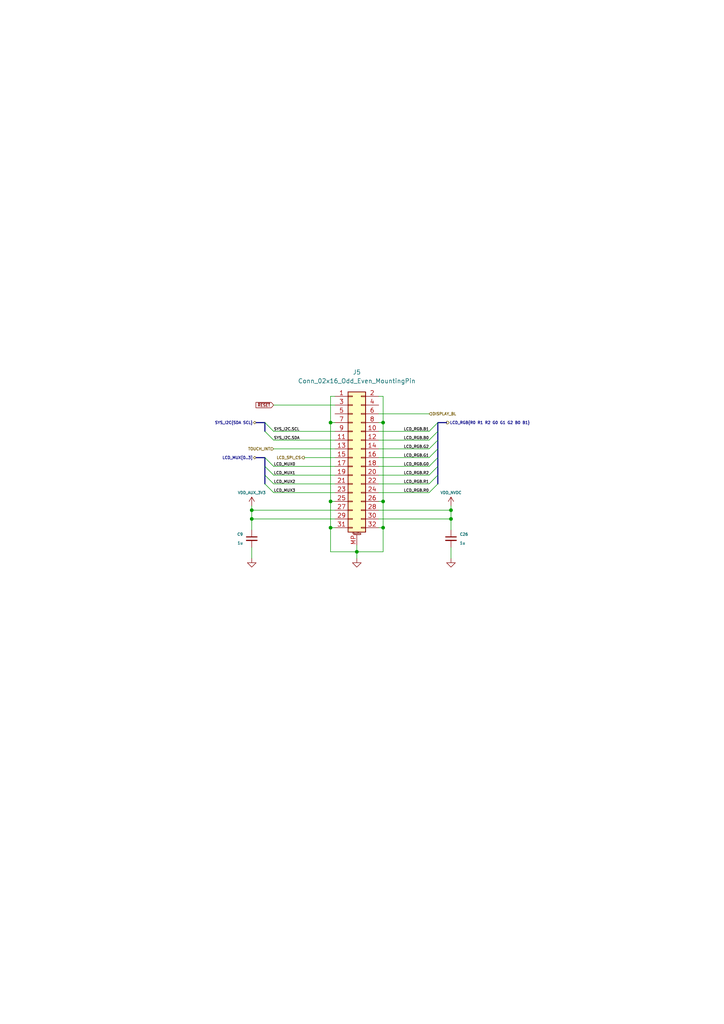
<source format=kicad_sch>
(kicad_sch (version 20211123) (generator eeschema)
  (paper "A4" portrait)
  (title_block (rev "A") (company "Frisius"))
  (lib_symbols
    (symbol "Connector_Generic_MountingPin:Conn_02x16_Odd_Even_MountingPin" (pin_names (offset 1.016) hide)
      (property "Reference" "J" (at 1.27 20.32 0))
      (property "Value" "Conn_02x16_Odd_Even_MountingPin" (at 2.54 -22.86 0))
      (symbol "Conn_02x16_Odd_Even_MountingPin_1_1"
        (rectangle (start -1.27 -20.193) (end 0 -20.447) (stroke (width 0.1524)))
        (rectangle (start -1.27 -17.653) (end 0 -17.907) (stroke (width 0.1524)))
        (rectangle (start -1.27 -15.113) (end 0 -15.367) (stroke (width 0.1524)))
        (rectangle (start -1.27 -12.573) (end 0 -12.827) (stroke (width 0.1524)))
        (rectangle (start -1.27 -10.033) (end 0 -10.287) (stroke (width 0.1524)))
        (rectangle (start -1.27 -7.493) (end 0 -7.747) (stroke (width 0.1524)))
        (rectangle (start -1.27 -4.953) (end 0 -5.207) (stroke (width 0.1524)))
        (rectangle (start -1.27 -2.413) (end 0 -2.667) (stroke (width 0.1524)))
        (rectangle (start -1.27 0.127) (end 0 -0.127) (stroke (width 0.1524)))
        (rectangle (start -1.27 2.667) (end 0 2.413) (stroke (width 0.1524)))
        (rectangle (start -1.27 5.207) (end 0 4.953) (stroke (width 0.1524)))
        (rectangle (start -1.27 7.747) (end 0 7.493) (stroke (width 0.1524)))
        (rectangle (start -1.27 10.287) (end 0 10.033) (stroke (width 0.1524)))
        (rectangle (start -1.27 12.827) (end 0 12.573) (stroke (width 0.1524)))
        (rectangle (start -1.27 15.367) (end 0 15.113) (stroke (width 0.1524)))
        (rectangle (start -1.27 17.907) (end 0 17.653) (stroke (width 0.1524)))
        (rectangle (start -1.27 19.05) (end 3.81 -21.59) (stroke (width 0.254)) (fill (type background)))
        (polyline (pts (xy 0.254 -22.352) (xy 2.286 -22.352)) (stroke (width 0.1524)))
        (rectangle (start 3.81 -20.193) (end 2.54 -20.447) (stroke (width 0.1524)))
        (rectangle (start 3.81 -17.653) (end 2.54 -17.907) (stroke (width 0.1524)))
        (rectangle (start 3.81 -15.113) (end 2.54 -15.367) (stroke (width 0.1524)))
        (rectangle (start 3.81 -12.573) (end 2.54 -12.827) (stroke (width 0.1524)))
        (rectangle (start 3.81 -10.033) (end 2.54 -10.287) (stroke (width 0.1524)))
        (rectangle (start 3.81 -7.493) (end 2.54 -7.747) (stroke (width 0.1524)))
        (rectangle (start 3.81 -4.953) (end 2.54 -5.207) (stroke (width 0.1524)))
        (rectangle (start 3.81 -2.413) (end 2.54 -2.667) (stroke (width 0.1524)))
        (rectangle (start 3.81 0.127) (end 2.54 -0.127) (stroke (width 0.1524)))
        (rectangle (start 3.81 2.667) (end 2.54 2.413) (stroke (width 0.1524)))
        (rectangle (start 3.81 5.207) (end 2.54 4.953) (stroke (width 0.1524)))
        (rectangle (start 3.81 7.747) (end 2.54 7.493) (stroke (width 0.1524)))
        (rectangle (start 3.81 10.287) (end 2.54 10.033) (stroke (width 0.1524)))
        (rectangle (start 3.81 12.827) (end 2.54 12.573) (stroke (width 0.1524)))
        (rectangle (start 3.81 15.367) (end 2.54 15.113) (stroke (width 0.1524)))
        (rectangle (start 3.81 17.907) (end 2.54 17.653) (stroke (width 0.1524)))
        (text "Mounting" (at 1.27 -21.971 0) (effects (font (size 0.381 0.381))))
        (pin passive line (at -5.08 17.78 0) (length 3.81) (name "Pin_1") (number "1"))
        (pin passive line (at 7.62 7.62 180) (length 3.81) (name "Pin_10") (number "10"))
        (pin passive line (at -5.08 5.08 0) (length 3.81) (name "Pin_11") (number "11"))
        (pin passive line (at 7.62 5.08 180) (length 3.81) (name "Pin_12") (number "12"))
        (pin passive line (at -5.08 2.54 0) (length 3.81) (name "Pin_13") (number "13"))
        (pin passive line (at 7.62 2.54 180) (length 3.81) (name "Pin_14") (number "14"))
        (pin passive line (at -5.08 0 0) (length 3.81) (name "Pin_15") (number "15"))
        (pin passive line (at 7.62 0 180) (length 3.81) (name "Pin_16") (number "16"))
        (pin passive line (at -5.08 -2.54 0) (length 3.81) (name "Pin_17") (number "17"))
        (pin passive line (at 7.62 -2.54 180) (length 3.81) (name "Pin_18") (number "18"))
        (pin passive line (at -5.08 -5.08 0) (length 3.81) (name "Pin_19") (number "19"))
        (pin passive line (at 7.62 17.78 180) (length 3.81) (name "Pin_2") (number "2"))
        (pin passive line (at 7.62 -5.08 180) (length 3.81) (name "Pin_20") (number "20"))
        (pin passive line (at -5.08 -7.62 0) (length 3.81) (name "Pin_21") (number "21"))
        (pin passive line (at 7.62 -7.62 180) (length 3.81) (name "Pin_22") (number "22"))
        (pin passive line (at -5.08 -10.16 0) (length 3.81) (name "Pin_23") (number "23"))
        (pin passive line (at 7.62 -10.16 180) (length 3.81) (name "Pin_24") (number "24"))
        (pin passive line (at -5.08 -12.7 0) (length 3.81) (name "Pin_25") (number "25"))
        (pin passive line (at 7.62 -12.7 180) (length 3.81) (name "Pin_26") (number "26"))
        (pin passive line (at -5.08 -15.24 0) (length 3.81) (name "Pin_27") (number "27"))
        (pin passive line (at 7.62 -15.24 180) (length 3.81) (name "Pin_28") (number "28"))
        (pin passive line (at -5.08 -17.78 0) (length 3.81) (name "Pin_29") (number "29"))
        (pin passive line (at -5.08 15.24 0) (length 3.81) (name "Pin_3") (number "3"))
        (pin passive line (at 7.62 -17.78 180) (length 3.81) (name "Pin_30") (number "30"))
        (pin passive line (at -5.08 -20.32 0) (length 3.81) (name "Pin_31") (number "31"))
        (pin passive line (at 7.62 -20.32 180) (length 3.81) (name "Pin_32") (number "32"))
        (pin passive line (at 7.62 15.24 180) (length 3.81) (name "Pin_4") (number "4"))
        (pin passive line (at -5.08 12.7 0) (length 3.81) (name "Pin_5") (number "5"))
        (pin passive line (at 7.62 12.7 180) (length 3.81) (name "Pin_6") (number "6"))
        (pin passive line (at -5.08 10.16 0) (length 3.81) (name "Pin_7") (number "7"))
        (pin passive line (at 7.62 10.16 180) (length 3.81) (name "Pin_8") (number "8"))
        (pin passive line (at -5.08 7.62 0) (length 3.81) (name "Pin_9") (number "9"))
        (pin passive line (at 1.27 -25.4 90) (length 3.048) (name "MountPin") (number "MP"))
      )
    )
    (symbol "Device:C_Small" (pin_numbers hide) (pin_names (offset 0.254) hide)
      (property "Reference" "C" (at 0.254 1.778 0))
      (property "Value" "C_Small" (at 0.254 -2.032 0))
      (symbol "C_Small_0_1"
        (polyline (pts (xy -1.524 -0.508) (xy 1.524 -0.508)) (stroke (width 0.3302)))
        (polyline (pts (xy -1.524 0.508) (xy 1.524 0.508)) (stroke (width 0.3048)))
      )
      (symbol "C_Small_1_1"
        (pin passive line (at 0 2.54 270) (length 2.032) (name "~") (number "1"))
        (pin passive line (at 0 -2.54 90) (length 2.032) (name "~") (number "2"))
      )
    )
    (symbol "bt_power:VDD_AUX_3V3" (power) (in_bom no) (on_board no)
      (property "Value" "VDD_AUX_3V3" (at 0.2286 3.5814 0))
      (symbol "VDD_AUX_3V3_0_1"
        (polyline (pts (xy -0.762 1.27) (xy 0 2.54)))
        (polyline (pts (xy 0 0) (xy 0 2.54)))
        (polyline (pts (xy 0 2.54) (xy 0.762 1.27)))
      )
      (symbol "VDD_AUX_3V3_1_1"
        (pin power_in line (at 0 0 90) (length 0) hide (name "VDD_AUX_3V3") (number "1"))
      )
    )
    (symbol "bt_power:VDD_NVDC" (power) (in_bom no) (on_board no)
      (property "Value" "VDD_NVDC" (at 0.2286 3.5814 0))
      (symbol "VDD_NVDC_0_1"
        (polyline (pts (xy -0.762 1.27) (xy 0 2.54)))
        (polyline (pts (xy 0 0) (xy 0 2.54)))
        (polyline (pts (xy 0 2.54) (xy 0.762 1.27)))
      )
      (symbol "VDD_NVDC_1_1"
        (pin power_in line (at 0 0 90) (length 0) hide (name "VDD_NVDC") (number "1"))
      )
    )
    (symbol "power:GND" (power) (pin_names (offset 0))
      (property "Value" "GND" (at 0 -3.81 0))
      (symbol "GND_0_1"
        (polyline (pts (xy 0 0) (xy 0 -1.27) (xy 1.27 -1.27) (xy 0 -2.54) (xy -1.27 -1.27) (xy 0 -1.27)))
      )
      (symbol "GND_1_1"
        (pin power_in line (at 0 0 270) (length 0) hide (name "GND") (number "1"))
      )
    )
  )
  (junction (at 111.125 153.035))
  (junction (at 73.025 150.495))
  (junction (at 130.81 150.495))
  (junction (at 95.885 145.415))
  (junction (at 103.505 160.02))
  (junction (at 95.885 153.035))
  (junction (at 111.125 145.415))
  (junction (at 130.81 147.955))
  (junction (at 73.025 147.955))
  (junction (at 111.125 122.555))
  (junction (at 95.885 122.555))
  (bus_entry (at 79.375 140.335) (size -2.54 -2.54))
  (bus_entry (at 79.375 135.255) (size -2.54 -2.54))
  (bus_entry (at 124.46 132.715) (size 2.54 -2.54))
  (bus_entry (at 127 135.255) (size -2.54 2.54))
  (bus_entry (at 79.375 127.635) (size -2.54 -2.54))
  (bus_entry (at 127 137.795) (size -2.54 2.54))
  (bus_entry (at 79.375 142.875) (size -2.54 -2.54))
  (bus_entry (at 124.46 135.255) (size 2.54 -2.54))
  (bus_entry (at 127 140.335) (size -2.54 2.54))
  (bus_entry (at 127 125.095) (size -2.54 2.54))
  (bus_entry (at 79.375 125.095) (size -2.54 -2.54))
  (bus_entry (at 124.46 130.175) (size 2.54 -2.54))
  (bus_entry (at 79.375 137.795) (size -2.54 -2.54))
  (bus_entry (at 127 122.555) (size -2.54 2.54))
  (wire (pts (xy 79.375 137.795) (xy 97.155 137.795)))
  (bus (pts (xy 127 130.175) (xy 127 127.635)))
  (wire (pts (xy 109.855 122.555) (xy 111.125 122.555)))
  (bus (pts (xy 127 137.795) (xy 127 135.255)))
  (wire (pts (xy 111.125 122.555) (xy 111.125 145.415)))
  (wire (pts (xy 109.855 130.175) (xy 124.46 130.175)))
  (wire (pts (xy 124.46 127.635) (xy 109.855 127.635)))
  (bus (pts (xy 76.835 132.715) (xy 74.295 132.715)))
  (wire (pts (xy 109.855 120.015) (xy 124.46 120.015)))
  (wire (pts (xy 97.155 140.335) (xy 79.375 140.335)))
  (wire (pts (xy 111.125 114.935) (xy 111.125 122.555)))
  (wire (pts (xy 130.81 153.67) (xy 130.81 150.495)))
  (wire (pts (xy 130.81 161.925) (xy 130.81 158.75)))
  (wire (pts (xy 109.855 137.795) (xy 124.46 137.795)))
  (wire (pts (xy 95.885 153.035) (xy 95.885 160.02)))
  (bus (pts (xy 127 122.555) (xy 127 125.095)))
  (wire (pts (xy 103.505 160.02) (xy 111.125 160.02)))
  (bus (pts (xy 76.835 140.335) (xy 76.835 137.795)))
  (wire (pts (xy 95.885 145.415) (xy 95.885 153.035)))
  (wire (pts (xy 73.025 161.925) (xy 73.025 158.75)))
  (wire (pts (xy 109.855 125.095) (xy 124.46 125.095)))
  (bus (pts (xy 76.835 137.795) (xy 76.835 135.255)))
  (wire (pts (xy 73.025 150.495) (xy 97.155 150.495)))
  (wire (pts (xy 73.025 147.955) (xy 73.025 150.495)))
  (wire (pts (xy 111.125 153.035) (xy 111.125 160.02)))
  (wire (pts (xy 109.855 147.955) (xy 130.81 147.955)))
  (wire (pts (xy 97.155 153.035) (xy 95.885 153.035)))
  (wire (pts (xy 109.855 145.415) (xy 111.125 145.415)))
  (wire (pts (xy 109.855 135.255) (xy 124.46 135.255)))
  (wire (pts (xy 88.265 132.715) (xy 97.155 132.715)))
  (wire (pts (xy 79.375 125.095) (xy 97.155 125.095)))
  (wire (pts (xy 79.375 117.475) (xy 97.155 117.475)))
  (wire (pts (xy 95.885 114.935) (xy 95.885 122.555)))
  (wire (pts (xy 103.505 158.115) (xy 103.505 160.02)))
  (wire (pts (xy 97.155 145.415) (xy 95.885 145.415)))
  (wire (pts (xy 124.46 132.715) (xy 109.855 132.715)))
  (bus (pts (xy 74.295 122.555) (xy 76.835 122.555)))
  (wire (pts (xy 95.885 145.415) (xy 95.885 122.555)))
  (wire (pts (xy 73.025 153.67) (xy 73.025 150.495)))
  (wire (pts (xy 103.505 160.02) (xy 95.885 160.02)))
  (wire (pts (xy 124.46 142.875) (xy 109.855 142.875)))
  (bus (pts (xy 76.835 122.555) (xy 76.835 125.095)))
  (wire (pts (xy 79.375 142.875) (xy 97.155 142.875)))
  (wire (pts (xy 95.885 122.555) (xy 97.155 122.555)))
  (bus (pts (xy 129.54 122.555) (xy 127 122.555)))
  (wire (pts (xy 109.855 140.335) (xy 124.46 140.335)))
  (wire (pts (xy 73.025 146.685) (xy 73.025 147.955)))
  (wire (pts (xy 130.81 150.495) (xy 130.81 147.955)))
  (wire (pts (xy 103.505 160.02) (xy 103.505 161.925)))
  (wire (pts (xy 79.375 130.175) (xy 97.155 130.175)))
  (bus (pts (xy 127 135.255) (xy 127 132.715)))
  (bus (pts (xy 127 127.635) (xy 127 125.095)))
  (bus (pts (xy 127 140.335) (xy 127 137.795)))
  (wire (pts (xy 79.375 127.635) (xy 97.155 127.635)))
  (bus (pts (xy 127 132.715) (xy 127 130.175)))
  (wire (pts (xy 97.155 135.255) (xy 79.375 135.255)))
  (wire (pts (xy 109.855 153.035) (xy 111.125 153.035)))
  (wire (pts (xy 73.025 147.955) (xy 97.155 147.955)))
  (wire (pts (xy 97.155 114.935) (xy 95.885 114.935)))
  (wire (pts (xy 111.125 114.935) (xy 109.855 114.935)))
  (wire (pts (xy 111.125 145.415) (xy 111.125 153.035)))
  (wire (pts (xy 109.855 150.495) (xy 130.81 150.495)))
  (wire (pts (xy 130.81 146.685) (xy 130.81 147.955)))
  (bus (pts (xy 76.835 135.255) (xy 76.835 132.715)))
  (label "LCD_RGB.R2" (at 124.46 137.795 180) (effects (font (size 0.8 0.8))))
  (label "LCD_RGB.R1" (at 124.46 140.335 180) (effects (font (size 0.8 0.8))))
  (label "LCD_RGB.G0" (at 124.46 135.255 180) (effects (font (size 0.8 0.8))))
  (label "LCD_MUX2" (at 79.375 140.335 0) (effects (font (size 0.8 0.8))))
  (label "LCD_RGB.B1" (at 124.46 125.095 180) (effects (font (size 0.8 0.8))))
  (label "LCD_RGB.B0" (at 124.46 127.635 180) (effects (font (size 0.8 0.8))))
  (label "LCD_RGB.G1" (at 124.46 132.715 180) (effects (font (size 0.8 0.8))))
  (label "SYS_I2C.SCL" (at 79.375 125.095 0) (effects (font (size 0.8 0.8))))
  (label "LCD_RGB.R0" (at 124.46 142.875 180) (effects (font (size 0.8 0.8))))
  (label "LCD_MUX1" (at 79.375 137.795 0) (effects (font (size 0.8 0.8))))
  (label "LCD_MUX0" (at 79.375 135.255 0) (effects (font (size 0.8 0.8))))
  (label "LCD_MUX3" (at 79.375 142.875 0) (effects (font (size 0.8 0.8))))
  (label "LCD_RGB.G2" (at 124.46 130.175 180) (effects (font (size 0.8 0.8))))
  (label "SYS_I2C.SDA" (at 79.375 127.635 0) (effects (font (size 0.8 0.8))))
  (global_label "~{RESET}" (shape input) (at 79.375 117.475 180) (effects (font (size 0.8 0.8))) (property "Intersheet References" "${INTERSHEET_REFS}" (at 74.236 117.525 0) (effects (font (size 0.8 0.8)) (justify right))))
  (hierarchical_label "LCD_MUX[0..3]" (shape bidirectional) (at 74.295 132.715 180) (effects (font (size 0.8 0.8))))
  (hierarchical_label "LCD_SPI_CS" (shape output) (at 88.265 132.715 180) (effects (font (size 0.8 0.8))))
  (hierarchical_label "TOUCH_INT" (shape input) (at 79.375 130.175 180) (effects (font (size 0.8 0.8))))
  (hierarchical_label "DISPLAY_BL" (shape input) (at 124.46 120.015 0) (effects (font (size 0.8 0.8))))
  (hierarchical_label "SYS_I2C{SDA SCL}" (shape bidirectional) (at 74.295 122.555 180) (effects (font (size 0.8 0.8))))
  (hierarchical_label "LCD_RGB{R0 R1 R2 G0 G1 G2 B0 B1}" (shape output) (at 129.54 122.555 0) (effects (font (size 0.8 0.8))))
  (symbol (lib_id "power:GND") (at 73.025 161.925 0) (unit 1)
    (property "Reference" "#PWR0118" (effects hide))
    (property "Value" "GND" (effects hide))
  )
  (symbol (lib_id "bt_power:VDD_AUX_3V3") (at 73.025 146.685 0) (unit 1) (in_bom no) (on_board no)
    (property "Reference" "#PWR0120" (effects hide))
    (property "Value" "VDD_AUX_3V3" (at 73.025 142.875 0) (effects (font (size 0.8 0.8))))
  )
  (symbol (lib_id "power:GND") (at 103.505 161.925 0) (unit 1)
    (property "Reference" "#PWR0145" (effects hide))
    (property "Value" "GND" (effects hide))
  )
  (symbol (lib_id "power:GND") (at 130.81 161.925 0) (unit 1)
    (property "Reference" "#PWR0154" (effects hide))
    (property "Value" "GND" (effects hide))
  )
  (symbol (lib_id "Connector_Generic_MountingPin:Conn_02x16_Odd_Even_MountingPin") (at 102.235 132.715 0) (unit 1)
    (property "Reference" "J5" (at 103.505 107.95 0))
    (property "Value" "Conn_02x16_Odd_Even_MountingPin" (at 103.505 110.49 0))
    (property "Footprint" "Connector_Molex:Molex_SlimStack_502426-3210_2x16_P0.40mm_Vertical" (effects hide))
  )
  (symbol (lib_id "Device:C_Small") (at 73.025 156.21 0) (unit 1)
    (property "Reference" "C9" (at 70.485 154.9462 0) (effects (font (size 0.8 0.8)) (justify right)))
    (property "Value" "1u" (at 70.485 157.48 0) (effects (font (size 0.8 0.8)) (justify right)))
    (property "Footprint" "Capacitor_SMD:C_0603_1608Metric" (effects hide))
  )
  (symbol (lib_id "Device:C_Small") (at 130.81 156.21 0) (mirror y) (unit 1)
    (property "Reference" "C26" (at 133.35 154.9462 0) (effects (font (size 0.8 0.8)) (justify right)))
    (property "Value" "1u" (at 133.35 157.4862 0) (effects (font (size 0.8 0.8)) (justify right)))
    (property "Footprint" "Capacitor_SMD:C_0603_1608Metric" (effects hide))
  )
  (symbol (lib_id "bt_power:VDD_NVDC") (at 130.81 146.685 0) (unit 1) (in_bom no) (on_board no)
    (property "Reference" "#PWR0108" (effects hide))
    (property "Value" "VDD_NVDC" (at 130.81 142.875 0) (effects (font (size 0.8 0.8))))
  )
)
</source>
